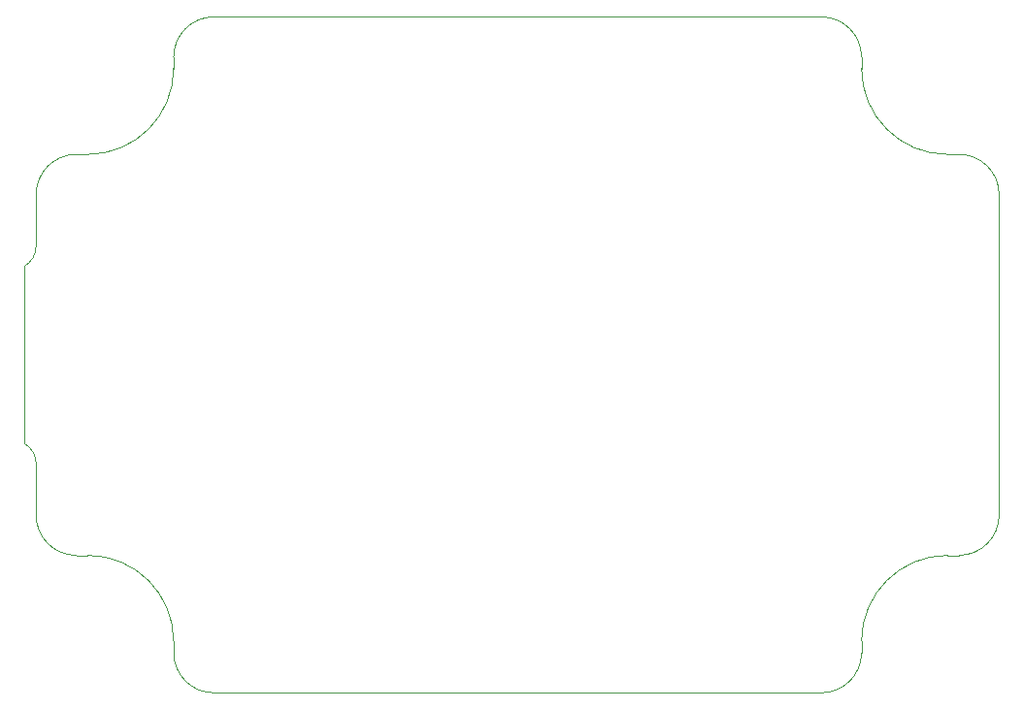
<source format=gbr>
%TF.GenerationSoftware,KiCad,Pcbnew,7.0.8*%
%TF.CreationDate,2023-10-18T11:28:30-05:00*%
%TF.ProjectId,ESP32_Garage_Door_Controller,45535033-325f-4476-9172-6167655f446f,rev?*%
%TF.SameCoordinates,Original*%
%TF.FileFunction,Profile,NP*%
%FSLAX46Y46*%
G04 Gerber Fmt 4.6, Leading zero omitted, Abs format (unit mm)*
G04 Created by KiCad (PCBNEW 7.0.8) date 2023-10-18 11:28:30*
%MOMM*%
%LPD*%
G01*
G04 APERTURE LIST*
%TA.AperFunction,Profile*%
%ADD10C,0.050000*%
%TD*%
G04 APERTURE END LIST*
D10*
X179500000Y-61000000D02*
G75*
G03*
X176000000Y-57500000I-3500000J0D01*
G01*
X99000000Y-57500000D02*
X100000000Y-57500000D01*
X94500000Y-67249999D02*
G75*
G03*
X95499999Y-65500000I-1007800J1736599D01*
G01*
X95500000Y-89000000D02*
G75*
G03*
X99000000Y-92500000I3500000J0D01*
G01*
X111000000Y-104500000D02*
X164000000Y-104500000D01*
X176000000Y-92500000D02*
G75*
G03*
X179500000Y-89000000I0J3500000D01*
G01*
X179500000Y-62000000D02*
X179500000Y-89000000D01*
X175000000Y-92500000D02*
G75*
G03*
X167500000Y-100000000I0J-7500000D01*
G01*
X164000000Y-104500000D02*
G75*
G03*
X167500000Y-101000000I0J3500000D01*
G01*
X107500000Y-101000000D02*
X107500000Y-100000000D01*
X111000000Y-45500000D02*
G75*
G03*
X107500000Y-49000000I0J-3500000D01*
G01*
X95500000Y-61000000D02*
X95500000Y-65500000D01*
X107500000Y-100000000D02*
G75*
G03*
X100000000Y-92500000I-7500000J0D01*
G01*
X179500000Y-62000000D02*
X179500000Y-61000000D01*
X111000000Y-45500000D02*
X164000000Y-45500000D01*
X107500000Y-101000000D02*
G75*
G03*
X111000000Y-104500000I3500000J0D01*
G01*
X99000000Y-57500000D02*
G75*
G03*
X95500000Y-61000000I0J-3500000D01*
G01*
X167500000Y-49000000D02*
X167500000Y-50000000D01*
X176000000Y-92500000D02*
X175000000Y-92500000D01*
X95499999Y-84500000D02*
G75*
G03*
X94500000Y-82750001I-2007799J13400D01*
G01*
X175000000Y-57500000D02*
X176000000Y-57500000D01*
X95500000Y-89000000D02*
X95500000Y-84500000D01*
X100000000Y-57500000D02*
G75*
G03*
X107500000Y-50000000I0J7500000D01*
G01*
X167500000Y-49000000D02*
G75*
G03*
X164000000Y-45500000I-3500000J0D01*
G01*
X167500000Y-50000000D02*
G75*
G03*
X175000000Y-57500000I7500000J0D01*
G01*
X167500000Y-100000000D02*
X167500000Y-101000000D01*
X107500000Y-50000000D02*
X107500000Y-49000000D01*
X100000000Y-92500000D02*
X99000000Y-92500000D01*
X94500000Y-67250000D02*
X94500000Y-82750000D01*
M02*

</source>
